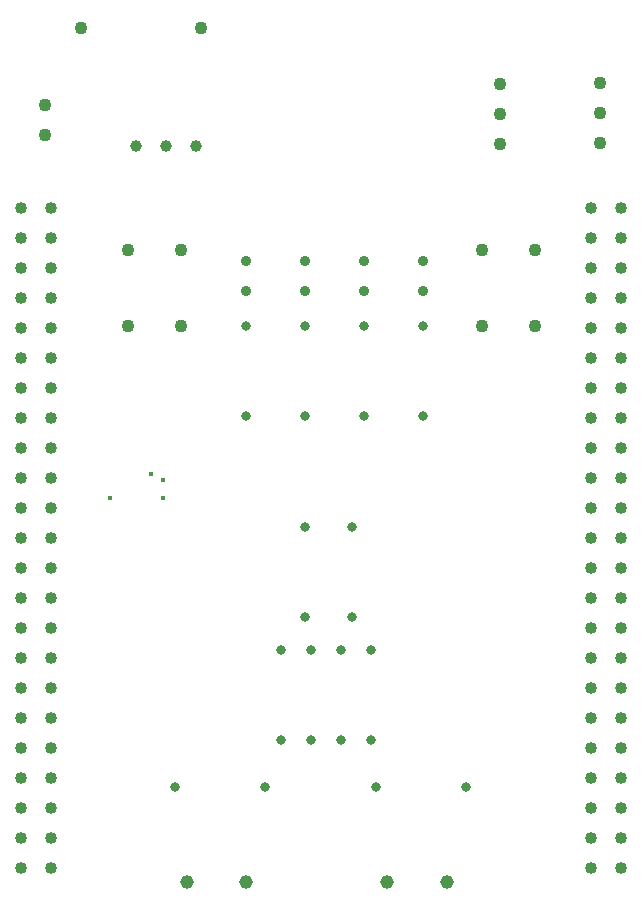
<source format=gbr>
%TF.GenerationSoftware,KiCad,Pcbnew,5.1.9+dfsg1-1~bpo10+1*%
%TF.CreationDate,2021-07-04T13:04:41+00:00*%
%TF.ProjectId,bbbalarm,62626261-6c61-4726-9d2e-6b696361645f,rev?*%
%TF.SameCoordinates,Original*%
%TF.FileFunction,Plated,1,2,PTH,Drill*%
%TF.FilePolarity,Positive*%
%FSLAX46Y46*%
G04 Gerber Fmt 4.6, Leading zero omitted, Abs format (unit mm)*
G04 Created by KiCad (PCBNEW 5.1.9+dfsg1-1~bpo10+1) date 2021-07-04 13:04:41*
%MOMM*%
%LPD*%
G01*
G04 APERTURE LIST*
%TA.AperFunction,ViaDrill*%
%ADD10C,0.400000*%
%TD*%
%TA.AperFunction,ComponentDrill*%
%ADD11C,0.800000*%
%TD*%
%TA.AperFunction,ComponentDrill*%
%ADD12C,0.900000*%
%TD*%
%TA.AperFunction,ComponentDrill*%
%ADD13C,1.000000*%
%TD*%
%TA.AperFunction,ComponentDrill*%
%ADD14C,1.016000*%
%TD*%
%TA.AperFunction,ComponentDrill*%
%ADD15C,1.100000*%
%TD*%
%TA.AperFunction,ComponentDrill*%
%ADD16C,1.150000*%
%TD*%
G04 APERTURE END LIST*
D10*
X123870100Y-86882400D03*
X127370100Y-84882400D03*
X128370100Y-85382400D03*
X128370100Y-86882400D03*
D11*
%TO.C,R111*%
X129370100Y-111382400D03*
%TO.C,R105*%
X135370100Y-72382400D03*
X135370100Y-80002400D03*
%TO.C,R111*%
X136990100Y-111382400D03*
%TO.C,U101*%
X138370100Y-99762400D03*
X138370100Y-107382400D03*
%TO.C,R106*%
X140370100Y-72382400D03*
X140370100Y-80002400D03*
%TO.C,R109*%
X140370100Y-89382400D03*
X140370100Y-97002400D03*
%TO.C,U101*%
X140910100Y-99762400D03*
X140910100Y-107382400D03*
X143450100Y-99762400D03*
X143450100Y-107382400D03*
%TO.C,R110*%
X144370100Y-89382400D03*
X144370100Y-97002400D03*
%TO.C,R107*%
X145370100Y-72382400D03*
X145370100Y-80002400D03*
%TO.C,U101*%
X145990100Y-99762400D03*
X145990100Y-107382400D03*
%TO.C,R112*%
X146370100Y-111382400D03*
%TO.C,R108*%
X150370100Y-72382400D03*
X150370100Y-80002400D03*
%TO.C,R112*%
X153990100Y-111382400D03*
D12*
%TO.C,D101*%
X135370100Y-66842400D03*
X135370100Y-69382400D03*
%TO.C,D102*%
X140370100Y-66842400D03*
X140370100Y-69382400D03*
%TO.C,D103*%
X145370100Y-66842400D03*
X145370100Y-69382400D03*
%TO.C,D104*%
X150370100Y-66842400D03*
X150370100Y-69382400D03*
D13*
%TO.C,U104*%
X126080100Y-57132400D03*
X128620100Y-57132400D03*
X131160100Y-57132400D03*
D14*
%TO.C,P9*%
X116370100Y-62382400D03*
X116370100Y-64922400D03*
X116370100Y-67462400D03*
X116370100Y-70002400D03*
X116370100Y-72542400D03*
X116370100Y-75082400D03*
X116370100Y-77622400D03*
X116370100Y-80162400D03*
X116370100Y-82702400D03*
X116370100Y-85242400D03*
X116370100Y-87782400D03*
X116370100Y-90322400D03*
X116370100Y-92862400D03*
X116370100Y-95402400D03*
X116370100Y-97942400D03*
X116370100Y-100482400D03*
X116370100Y-103022400D03*
X116370100Y-105562400D03*
X116370100Y-108102400D03*
X116370100Y-110642400D03*
X116370100Y-113182400D03*
X116370100Y-115722400D03*
X116370100Y-118262400D03*
X118910100Y-62382400D03*
X118910100Y-64922400D03*
X118910100Y-67462400D03*
X118910100Y-70002400D03*
X118910100Y-72542400D03*
X118910100Y-75082400D03*
X118910100Y-77622400D03*
X118910100Y-80162400D03*
X118910100Y-82702400D03*
X118910100Y-85242400D03*
X118910100Y-87782400D03*
X118910100Y-90322400D03*
X118910100Y-92862400D03*
X118910100Y-95402400D03*
X118910100Y-97942400D03*
X118910100Y-100482400D03*
X118910100Y-103022400D03*
X118910100Y-105562400D03*
X118910100Y-108102400D03*
X118910100Y-110642400D03*
X118910100Y-113182400D03*
X118910100Y-115722400D03*
X118910100Y-118262400D03*
%TO.C,P8*%
X164630100Y-62382400D03*
X164630100Y-64922400D03*
X164630100Y-67462400D03*
X164630100Y-70002400D03*
X164630100Y-72542400D03*
X164630100Y-75082400D03*
X164630100Y-77622400D03*
X164630100Y-80162400D03*
X164630100Y-82702400D03*
X164630100Y-85242400D03*
X164630100Y-87782400D03*
X164630100Y-90322400D03*
X164630100Y-92862400D03*
X164630100Y-95402400D03*
X164630100Y-97942400D03*
X164630100Y-100482400D03*
X164630100Y-103022400D03*
X164630100Y-105562400D03*
X164630100Y-108102400D03*
X164630100Y-110642400D03*
X164630100Y-113182400D03*
X164630100Y-115722400D03*
X164630100Y-118262400D03*
X167170100Y-62382400D03*
X167170100Y-64922400D03*
X167170100Y-67462400D03*
X167170100Y-70002400D03*
X167170100Y-72542400D03*
X167170100Y-75082400D03*
X167170100Y-77622400D03*
X167170100Y-80162400D03*
X167170100Y-82702400D03*
X167170100Y-85242400D03*
X167170100Y-87782400D03*
X167170100Y-90322400D03*
X167170100Y-92862400D03*
X167170100Y-95402400D03*
X167170100Y-97942400D03*
X167170100Y-100482400D03*
X167170100Y-103022400D03*
X167170100Y-105562400D03*
X167170100Y-108102400D03*
X167170100Y-110642400D03*
X167170100Y-113182400D03*
X167170100Y-115722400D03*
X167170100Y-118262400D03*
D15*
%TO.C,J102*%
X118370100Y-53632400D03*
X118370100Y-56172400D03*
%TO.C,D114*%
X121460100Y-47132400D03*
%TO.C,SW102*%
X125370100Y-65882400D03*
X125370100Y-72382400D03*
X129870100Y-65882400D03*
X129870100Y-72382400D03*
%TO.C,D114*%
X131620100Y-47132400D03*
%TO.C,SW101*%
X155370100Y-65882400D03*
X155370100Y-72382400D03*
%TO.C,J104*%
X156870100Y-51842400D03*
X156870100Y-54382400D03*
X156870100Y-56922400D03*
%TO.C,SW101*%
X159870100Y-65882400D03*
X159870100Y-72382400D03*
%TO.C,J105*%
X165370100Y-51802400D03*
X165370100Y-54342400D03*
X165370100Y-56882400D03*
D16*
%TO.C,J101*%
X130370100Y-119382400D03*
X135370100Y-119382400D03*
%TO.C,J103*%
X147370100Y-119382400D03*
X152370100Y-119382400D03*
M02*

</source>
